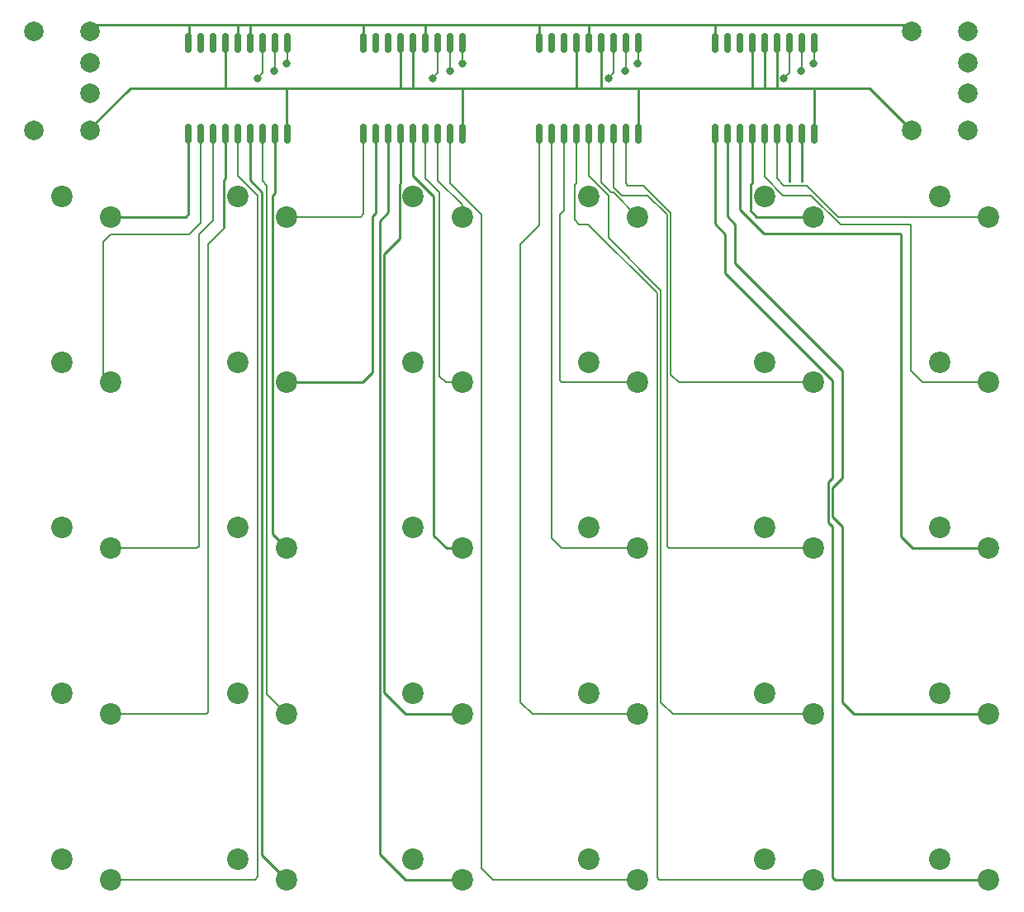
<source format=gbr>
%TF.GenerationSoftware,KiCad,Pcbnew,(6.0.4)*%
%TF.CreationDate,2022-04-25T23:47:20+01:00*%
%TF.ProjectId,pcb,7063622e-6b69-4636-9164-5f7063625858,1*%
%TF.SameCoordinates,Original*%
%TF.FileFunction,Copper,L1,Top*%
%TF.FilePolarity,Positive*%
%FSLAX46Y46*%
G04 Gerber Fmt 4.6, Leading zero omitted, Abs format (unit mm)*
G04 Created by KiCad (PCBNEW (6.0.4)) date 2022-04-25 23:47:20*
%MOMM*%
%LPD*%
G01*
G04 APERTURE LIST*
G04 Aperture macros list*
%AMRoundRect*
0 Rectangle with rounded corners*
0 $1 Rounding radius*
0 $2 $3 $4 $5 $6 $7 $8 $9 X,Y pos of 4 corners*
0 Add a 4 corners polygon primitive as box body*
4,1,4,$2,$3,$4,$5,$6,$7,$8,$9,$2,$3,0*
0 Add four circle primitives for the rounded corners*
1,1,$1+$1,$2,$3*
1,1,$1+$1,$4,$5*
1,1,$1+$1,$6,$7*
1,1,$1+$1,$8,$9*
0 Add four rect primitives between the rounded corners*
20,1,$1+$1,$2,$3,$4,$5,0*
20,1,$1+$1,$4,$5,$6,$7,0*
20,1,$1+$1,$6,$7,$8,$9,0*
20,1,$1+$1,$8,$9,$2,$3,0*%
G04 Aperture macros list end*
%TA.AperFunction,ComponentPad*%
%ADD10C,2.200000*%
%TD*%
%TA.AperFunction,ComponentPad*%
%ADD11C,2.000000*%
%TD*%
%TA.AperFunction,SMDPad,CuDef*%
%ADD12RoundRect,0.150000X-0.150000X0.875000X-0.150000X-0.875000X0.150000X-0.875000X0.150000X0.875000X0*%
%TD*%
%TA.AperFunction,ViaPad*%
%ADD13C,0.800000*%
%TD*%
%TA.AperFunction,Conductor*%
%ADD14C,0.250000*%
%TD*%
%TA.AperFunction,Conductor*%
%ADD15C,0.200000*%
%TD*%
G04 APERTURE END LIST*
D10*
%TO.P,B4,1,A*%
%TO.N,Earth*%
X36000000Y-164100000D03*
%TO.P,B4,2,B*%
%TO.N,Net-(B4-Pad2)*%
X41000000Y-166200000D03*
%TD*%
%TO.P,B0,1,A*%
%TO.N,Earth*%
X36000000Y-96100000D03*
%TO.P,B0,2,B*%
%TO.N,Net-(B0-Pad2)*%
X41000000Y-98200000D03*
%TD*%
%TO.P,B10,2,B*%
%TO.N,Net-(B10-Pad2)*%
X59000000Y-98200000D03*
%TO.P,B10,1,A*%
%TO.N,Earth*%
X54000000Y-96100000D03*
%TD*%
%TO.P,B16,2,B*%
%TO.N,Net-(B16-Pad2)*%
X77000000Y-98200000D03*
%TO.P,B16,1,A*%
%TO.N,Earth*%
X72000000Y-96100000D03*
%TD*%
D11*
%TO.P,U1,4,P4*%
%TO.N,+3V3*%
X33125000Y-89320000D03*
X38875000Y-89320000D03*
%TO.P,U1,3,P3*%
%TO.N,SDA*%
X38875000Y-85570000D03*
%TO.P,U1,2,P2*%
%TO.N,SCL*%
X38875000Y-82370000D03*
%TO.P,U1,1,P1*%
%TO.N,Earth*%
X38875000Y-79170000D03*
X33125000Y-79170000D03*
%TD*%
D10*
%TO.P,B26,1,A*%
%TO.N,Earth*%
X108000000Y-130100000D03*
%TO.P,B26,2,B*%
%TO.N,Net-(B26-Pad2)*%
X113000000Y-132200000D03*
%TD*%
D11*
%TO.P,U2,4,P4*%
%TO.N,+3V3*%
X128875000Y-89320000D03*
X123125000Y-89320000D03*
%TO.P,U2,3,P3*%
%TO.N,SDA*%
X128875000Y-85570000D03*
%TO.P,U2,2,P2*%
%TO.N,SCL*%
X128875000Y-82370000D03*
%TO.P,U2,1,P1*%
%TO.N,Earth*%
X128875000Y-79170000D03*
X123125000Y-79170000D03*
%TD*%
D10*
%TO.P,B6,1,A*%
%TO.N,Earth*%
X54000000Y-147100000D03*
%TO.P,B6,2,B*%
%TO.N,Net-(B6-Pad2)*%
X59000000Y-149200000D03*
%TD*%
%TO.P,B23,1,A*%
%TO.N,Earth*%
X108000000Y-164100000D03*
%TO.P,B23,2,B*%
%TO.N,Net-(B23-Pad2)*%
X113000000Y-166200000D03*
%TD*%
%TO.P,B25,2,B*%
%TO.N,Net-(B25-Pad2)*%
X95000000Y-98200000D03*
%TO.P,B25,1,A*%
%TO.N,Earth*%
X90000000Y-96100000D03*
%TD*%
%TO.P,B5,1,A*%
%TO.N,Earth*%
X54000000Y-164100000D03*
%TO.P,B5,2,B*%
%TO.N,Net-(B5-Pad2)*%
X59000000Y-166200000D03*
%TD*%
%TO.P,B32,1,A*%
%TO.N,Earth*%
X126000000Y-130100000D03*
%TO.P,B32,2,B*%
%TO.N,Net-(B32-Pad2)*%
X131000000Y-132200000D03*
%TD*%
%TO.P,B15,1,A*%
%TO.N,Earth*%
X72000000Y-113100000D03*
%TO.P,B15,2,B*%
%TO.N,Net-(B15-Pad2)*%
X77000000Y-115200000D03*
%TD*%
%TO.P,B13,1,A*%
%TO.N,Earth*%
X72000000Y-147100000D03*
%TO.P,B13,2,B*%
%TO.N,Net-(B13-Pad2)*%
X77000000Y-149200000D03*
%TD*%
%TO.P,B7,1,A*%
%TO.N,Earth*%
X54000000Y-130100000D03*
%TO.P,B7,2,B*%
%TO.N,Net-(B7-Pad2)*%
X59000000Y-132200000D03*
%TD*%
%TO.P,B20,1,A*%
%TO.N,Earth*%
X90000000Y-147100000D03*
%TO.P,B20,2,B*%
%TO.N,Net-(B20-Pad2)*%
X95000000Y-149200000D03*
%TD*%
%TO.P,B24,1,A*%
%TO.N,Earth*%
X108000000Y-147100000D03*
%TO.P,B24,2,B*%
%TO.N,Net-(B24-Pad2)*%
X113000000Y-149200000D03*
%TD*%
%TO.P,B27,1,A*%
%TO.N,Earth*%
X108000000Y-113100000D03*
%TO.P,B27,2,B*%
%TO.N,Net-(B27-Pad2)*%
X113000000Y-115200000D03*
%TD*%
D12*
%TO.P,L0,1,SCL*%
%TO.N,SCL*%
X59080000Y-80350000D03*
%TO.P,L0,2,SDA*%
%TO.N,SDA*%
X57810000Y-80350000D03*
%TO.P,L0,3,A2*%
%TO.N,Net-(L0-Pad3)*%
X56540000Y-80350000D03*
%TO.P,L0,4,A1*%
%TO.N,Earth*%
X55270000Y-80350000D03*
%TO.P,L0,5,A0*%
X54000000Y-80350000D03*
%TO.P,L0,6,~{RESET}*%
%TO.N,+3V3*%
X52730000Y-80350000D03*
%TO.P,L0,7,NC*%
%TO.N,unconnected-(L0-Pad7)*%
X51460000Y-80350000D03*
%TO.P,L0,8,INT*%
%TO.N,unconnected-(L0-Pad8)*%
X50190000Y-80350000D03*
%TO.P,L0,9,VSS*%
%TO.N,Earth*%
X48920000Y-80350000D03*
%TO.P,L0,10,GP0*%
%TO.N,Net-(B0-Pad2)*%
X48920000Y-89650000D03*
%TO.P,L0,11,GP1*%
%TO.N,Net-(B1-Pad2)*%
X50190000Y-89650000D03*
%TO.P,L0,12,GP2*%
%TO.N,Net-(B2-Pad2)*%
X51460000Y-89650000D03*
%TO.P,L0,13,GP3*%
%TO.N,Net-(B3-Pad2)*%
X52730000Y-89650000D03*
%TO.P,L0,14,GP4*%
%TO.N,Net-(B4-Pad2)*%
X54000000Y-89650000D03*
%TO.P,L0,15,GP5*%
%TO.N,Net-(B5-Pad2)*%
X55270000Y-89650000D03*
%TO.P,L0,16,GP6*%
%TO.N,Net-(B6-Pad2)*%
X56540000Y-89650000D03*
%TO.P,L0,17,GP7*%
%TO.N,Net-(B7-Pad2)*%
X57810000Y-89650000D03*
%TO.P,L0,18,VDD*%
%TO.N,+3V3*%
X59080000Y-89650000D03*
%TD*%
D10*
%TO.P,B21,1,A*%
%TO.N,Earth*%
X90000000Y-130100000D03*
%TO.P,B21,2,B*%
%TO.N,Net-(B21-Pad2)*%
X95000000Y-132200000D03*
%TD*%
%TO.P,B22,1,A*%
%TO.N,Earth*%
X90000000Y-113100000D03*
%TO.P,B22,2,B*%
%TO.N,Net-(B22-Pad2)*%
X95000000Y-115200000D03*
%TD*%
%TO.P,B3,1,A*%
%TO.N,Earth*%
X36000000Y-147100000D03*
%TO.P,B3,2,B*%
%TO.N,Net-(B3-Pad2)*%
X41000000Y-149200000D03*
%TD*%
%TO.P,B2,1,A*%
%TO.N,Earth*%
X36000000Y-130100000D03*
%TO.P,B2,2,B*%
%TO.N,Net-(B2-Pad2)*%
X41000000Y-132200000D03*
%TD*%
%TO.P,B35,1,A*%
%TO.N,Earth*%
X126000000Y-96100000D03*
%TO.P,B35,2,B*%
%TO.N,Net-(B35-Pad2)*%
X131000000Y-98200000D03*
%TD*%
%TO.P,B12,1,A*%
%TO.N,Earth*%
X72000000Y-164100000D03*
%TO.P,B12,2,B*%
%TO.N,Net-(B12-Pad2)*%
X77000000Y-166200000D03*
%TD*%
D12*
%TO.P,L2,1,SCL*%
%TO.N,SCL*%
X95080000Y-80350000D03*
%TO.P,L2,2,SDA*%
%TO.N,SDA*%
X93810000Y-80350000D03*
%TO.P,L2,3,A2*%
%TO.N,Net-(L0-Pad3)*%
X92540000Y-80350000D03*
%TO.P,L2,4,A1*%
%TO.N,+3V3*%
X91270000Y-80350000D03*
%TO.P,L2,5,A0*%
%TO.N,Earth*%
X90000000Y-80350000D03*
%TO.P,L2,6,~{RESET}*%
%TO.N,+3V3*%
X88730000Y-80350000D03*
%TO.P,L2,7,NC*%
%TO.N,unconnected-(L2-Pad7)*%
X87460000Y-80350000D03*
%TO.P,L2,8,INT*%
%TO.N,unconnected-(L2-Pad8)*%
X86190000Y-80350000D03*
%TO.P,L2,9,VSS*%
%TO.N,Earth*%
X84920000Y-80350000D03*
%TO.P,L2,10,GP0*%
%TO.N,Net-(B20-Pad2)*%
X84920000Y-89650000D03*
%TO.P,L2,11,GP1*%
%TO.N,Net-(B21-Pad2)*%
X86190000Y-89650000D03*
%TO.P,L2,12,GP2*%
%TO.N,Net-(B22-Pad2)*%
X87460000Y-89650000D03*
%TO.P,L2,13,GP3*%
%TO.N,Net-(B23-Pad2)*%
X88730000Y-89650000D03*
%TO.P,L2,14,GP4*%
%TO.N,Net-(B24-Pad2)*%
X90000000Y-89650000D03*
%TO.P,L2,15,GP5*%
%TO.N,Net-(B25-Pad2)*%
X91270000Y-89650000D03*
%TO.P,L2,16,GP6*%
%TO.N,Net-(B26-Pad2)*%
X92540000Y-89650000D03*
%TO.P,L2,17,GP7*%
%TO.N,Net-(B27-Pad2)*%
X93810000Y-89650000D03*
%TO.P,L2,18,VDD*%
%TO.N,+3V3*%
X95080000Y-89650000D03*
%TD*%
%TO.P,L1,1,SCL*%
%TO.N,SCL*%
X77080000Y-80350000D03*
%TO.P,L1,2,SDA*%
%TO.N,SDA*%
X75810000Y-80350000D03*
%TO.P,L1,3,A2*%
%TO.N,Net-(L0-Pad3)*%
X74540000Y-80350000D03*
%TO.P,L1,4,A1*%
%TO.N,Earth*%
X73270000Y-80350000D03*
%TO.P,L1,5,A0*%
%TO.N,+3V3*%
X72000000Y-80350000D03*
%TO.P,L1,6,~{RESET}*%
X70730000Y-80350000D03*
%TO.P,L1,7,NC*%
%TO.N,unconnected-(L1-Pad7)*%
X69460000Y-80350000D03*
%TO.P,L1,8,INT*%
%TO.N,unconnected-(L1-Pad8)*%
X68190000Y-80350000D03*
%TO.P,L1,9,VSS*%
%TO.N,Earth*%
X66920000Y-80350000D03*
%TO.P,L1,10,GP0*%
%TO.N,Net-(B10-Pad2)*%
X66920000Y-89650000D03*
%TO.P,L1,11,GP1*%
%TO.N,Net-(B11-Pad2)*%
X68190000Y-89650000D03*
%TO.P,L1,12,GP2*%
%TO.N,Net-(B12-Pad2)*%
X69460000Y-89650000D03*
%TO.P,L1,13,GP3*%
%TO.N,Net-(B13-Pad2)*%
X70730000Y-89650000D03*
%TO.P,L1,14,GP4*%
%TO.N,Net-(B14-Pad2)*%
X72000000Y-89650000D03*
%TO.P,L1,15,GP5*%
%TO.N,Net-(B15-Pad2)*%
X73270000Y-89650000D03*
%TO.P,L1,16,GP6*%
%TO.N,Net-(B16-Pad2)*%
X74540000Y-89650000D03*
%TO.P,L1,17,GP7*%
%TO.N,Net-(B17-Pad2)*%
X75810000Y-89650000D03*
%TO.P,L1,18,VDD*%
%TO.N,+3V3*%
X77080000Y-89650000D03*
%TD*%
D10*
%TO.P,B1,1,A*%
%TO.N,Earth*%
X36000000Y-113100000D03*
%TO.P,B1,2,B*%
%TO.N,Net-(B1-Pad2)*%
X41000000Y-115200000D03*
%TD*%
%TO.P,B17,1,A*%
%TO.N,Earth*%
X90000000Y-164100000D03*
%TO.P,B17,2,B*%
%TO.N,Net-(B17-Pad2)*%
X95000000Y-166200000D03*
%TD*%
%TO.P,B11,1,A*%
%TO.N,Earth*%
X54000000Y-113100000D03*
%TO.P,B11,2,B*%
%TO.N,Net-(B11-Pad2)*%
X59000000Y-115200000D03*
%TD*%
%TO.P,B31,1,A*%
%TO.N,Earth*%
X126000000Y-147100000D03*
%TO.P,B31,2,B*%
%TO.N,Net-(B31-Pad2)*%
X131000000Y-149200000D03*
%TD*%
D12*
%TO.P,L3,1,SCL*%
%TO.N,SCL*%
X113080000Y-80350000D03*
%TO.P,L3,2,SDA*%
%TO.N,SDA*%
X111810000Y-80350000D03*
%TO.P,L3,3,A2*%
%TO.N,Net-(L0-Pad3)*%
X110540000Y-80350000D03*
%TO.P,L3,4,A1*%
%TO.N,+3V3*%
X109270000Y-80350000D03*
%TO.P,L3,5,A0*%
X108000000Y-80350000D03*
%TO.P,L3,6,~{RESET}*%
X106730000Y-80350000D03*
%TO.P,L3,7,NC*%
%TO.N,unconnected-(L3-Pad7)*%
X105460000Y-80350000D03*
%TO.P,L3,8,INT*%
%TO.N,unconnected-(L3-Pad8)*%
X104190000Y-80350000D03*
%TO.P,L3,9,VSS*%
%TO.N,Earth*%
X102920000Y-80350000D03*
%TO.P,L3,10,GP0*%
%TO.N,Net-(B30-Pad2)*%
X102920000Y-89650000D03*
%TO.P,L3,11,GP1*%
%TO.N,Net-(B31-Pad2)*%
X104190000Y-89650000D03*
%TO.P,L3,12,GP2*%
%TO.N,Net-(B32-Pad2)*%
X105460000Y-89650000D03*
%TO.P,L3,13,GP3*%
%TO.N,Net-(B33-Pad2)*%
X106730000Y-89650000D03*
%TO.P,L3,14,GP4*%
%TO.N,Net-(B34-Pad2)*%
X108000000Y-89650000D03*
%TO.P,L3,15,GP5*%
%TO.N,Net-(B35-Pad2)*%
X109270000Y-89650000D03*
%TO.P,L3,16,GP6*%
%TO.N,unconnected-(L3-Pad16)*%
X110540000Y-89650000D03*
%TO.P,L3,17,GP7*%
%TO.N,unconnected-(L3-Pad17)*%
X111810000Y-89650000D03*
%TO.P,L3,18,VDD*%
%TO.N,+3V3*%
X113080000Y-89650000D03*
%TD*%
D10*
%TO.P,B33,2,B*%
%TO.N,Net-(B33-Pad2)*%
X113000000Y-98200000D03*
%TO.P,B33,1,A*%
%TO.N,Earth*%
X108000000Y-96100000D03*
%TD*%
%TO.P,B14,1,A*%
%TO.N,Earth*%
X72000000Y-130100000D03*
%TO.P,B14,2,B*%
%TO.N,Net-(B14-Pad2)*%
X77000000Y-132200000D03*
%TD*%
%TO.P,B34,1,A*%
%TO.N,Earth*%
X126000000Y-113100000D03*
%TO.P,B34,2,B*%
%TO.N,Net-(B34-Pad2)*%
X131000000Y-115200000D03*
%TD*%
%TO.P,B30,1,A*%
%TO.N,Earth*%
X126000000Y-164100000D03*
%TO.P,B30,2,B*%
%TO.N,Net-(B30-Pad2)*%
X131000000Y-166200000D03*
%TD*%
D13*
%TO.N,SCL*%
X59000000Y-82500000D03*
X95000000Y-82500000D03*
X77000000Y-82500000D03*
X113000000Y-82500000D03*
%TO.N,SDA*%
X75756725Y-83243275D03*
X93756725Y-83243275D03*
X57756725Y-83243275D03*
X111756725Y-83243275D03*
%TO.N,Net-(L0-Pad3)*%
X74000000Y-84000000D03*
X92000000Y-84000000D03*
X56000000Y-84000000D03*
X110000000Y-84000000D03*
%TD*%
D14*
%TO.N,Earth*%
X73270000Y-78511879D02*
X73258121Y-78500000D01*
X103000000Y-78500000D02*
X110500000Y-78500000D01*
X90000000Y-78500000D02*
X92500000Y-78500000D01*
X92500000Y-78500000D02*
X103000000Y-78500000D01*
X84920000Y-78580000D02*
X85000000Y-78500000D01*
X56500000Y-78500000D02*
X67000000Y-78500000D01*
X55270000Y-80350000D02*
X55270000Y-78525722D01*
X38875000Y-79170000D02*
X39500000Y-78545000D01*
X66920000Y-78580000D02*
X67000000Y-78500000D01*
X55244278Y-78500000D02*
X56500000Y-78500000D01*
X73270000Y-80350000D02*
X73270000Y-78511879D01*
X55270000Y-78525722D02*
X55244278Y-78500000D01*
X66920000Y-80350000D02*
X66920000Y-78580000D01*
X102920000Y-80350000D02*
X102920000Y-78580000D01*
X84920000Y-80350000D02*
X84920000Y-78580000D01*
X102920000Y-78580000D02*
X103000000Y-78500000D01*
X55000000Y-78500000D02*
X55244278Y-78500000D01*
X85000000Y-78500000D02*
X90000000Y-78500000D01*
X90000000Y-80350000D02*
X90000000Y-78500000D01*
X49000000Y-80270000D02*
X48920000Y-80350000D01*
X49000000Y-78500000D02*
X54000000Y-78500000D01*
X49000000Y-78500000D02*
X49000000Y-80270000D01*
X39500000Y-78545000D02*
X39500000Y-78500000D01*
X73000000Y-78500000D02*
X73258121Y-78500000D01*
X110500000Y-78500000D02*
X122455000Y-78500000D01*
X54000000Y-80350000D02*
X54000000Y-78500000D01*
X54000000Y-78500000D02*
X55000000Y-78500000D01*
X39500000Y-78500000D02*
X49000000Y-78500000D01*
X122455000Y-78500000D02*
X123125000Y-79170000D01*
X73258121Y-78500000D02*
X74500000Y-78500000D01*
X67000000Y-78500000D02*
X73000000Y-78500000D01*
X74500000Y-78500000D02*
X85000000Y-78500000D01*
%TO.N,+3V3*%
X109270000Y-84950517D02*
X109220517Y-85000000D01*
X72036249Y-85000000D02*
X77000000Y-85000000D01*
X59000000Y-89570000D02*
X59000000Y-85000000D01*
X70730000Y-84979293D02*
X70709293Y-85000000D01*
X59000000Y-85000000D02*
X70709293Y-85000000D01*
X70730000Y-80350000D02*
X70730000Y-84979293D01*
X113112923Y-85000000D02*
X118805000Y-85000000D01*
X113080000Y-89650000D02*
X113080000Y-85032923D01*
X108000000Y-84996769D02*
X107996769Y-85000000D01*
X52730000Y-84986374D02*
X52743626Y-85000000D01*
X95080000Y-89650000D02*
X95081059Y-89648941D01*
X52743626Y-85000000D02*
X59000000Y-85000000D01*
X38875000Y-89320000D02*
X38875000Y-89125000D01*
X109220517Y-85000000D02*
X113112923Y-85000000D01*
X91270000Y-84904419D02*
X91365581Y-85000000D01*
X88755900Y-85000000D02*
X91365581Y-85000000D01*
X72000000Y-80350000D02*
X72000000Y-84963751D01*
X88730000Y-80350000D02*
X88730000Y-84974100D01*
X70709293Y-85000000D02*
X72036249Y-85000000D01*
X52000000Y-85000000D02*
X52743626Y-85000000D01*
X88730000Y-84974100D02*
X88755900Y-85000000D01*
X77000000Y-85000000D02*
X88755900Y-85000000D01*
X95081059Y-85000000D02*
X106728788Y-85000000D01*
X43000000Y-85000000D02*
X52000000Y-85000000D01*
X109270000Y-80350000D02*
X109270000Y-84950517D01*
X107996769Y-85000000D02*
X109220517Y-85000000D01*
X91365581Y-85000000D02*
X95081059Y-85000000D01*
X118805000Y-85000000D02*
X123125000Y-89320000D01*
X106730000Y-80350000D02*
X106730000Y-84998788D01*
X95081059Y-89648941D02*
X95081059Y-85000000D01*
X72000000Y-84963751D02*
X72036249Y-85000000D01*
X38875000Y-89125000D02*
X43000000Y-85000000D01*
X77080000Y-85080000D02*
X77000000Y-85000000D01*
X106730000Y-84998788D02*
X106728788Y-85000000D01*
X59080000Y-89650000D02*
X59000000Y-89570000D01*
X77080000Y-89650000D02*
X77080000Y-85080000D01*
X113080000Y-85032923D02*
X113112923Y-85000000D01*
X106728788Y-85000000D02*
X107996769Y-85000000D01*
X91270000Y-80350000D02*
X91270000Y-84904419D01*
X52730000Y-80350000D02*
X52730000Y-84986374D01*
X108000000Y-80350000D02*
X108000000Y-84996769D01*
%TO.N,Net-(B0-Pad2)*%
X41000000Y-98200000D02*
X48640000Y-98200000D01*
X48640000Y-98200000D02*
X48920000Y-97920000D01*
X48920000Y-89650000D02*
X48920000Y-97920000D01*
D15*
%TO.N,Net-(B1-Pad2)*%
X50190000Y-98810000D02*
X49000000Y-100000000D01*
X50190000Y-89650000D02*
X50190000Y-98810000D01*
X40200479Y-100799521D02*
X40200479Y-114400479D01*
X49000000Y-100000000D02*
X41000000Y-100000000D01*
X41000000Y-100000000D02*
X40200479Y-100799521D01*
X40200479Y-114400479D02*
X41000000Y-115200000D01*
D14*
%TO.N,unconnected-(L3-Pad16)*%
X110540000Y-94540000D02*
X110575480Y-94575480D01*
X110540000Y-89650000D02*
X110540000Y-94540000D01*
%TO.N,unconnected-(L3-Pad17)*%
X111810000Y-89650000D02*
X111810000Y-94575480D01*
D15*
%TO.N,Net-(B2-Pad2)*%
X51460000Y-98540000D02*
X50000000Y-100000000D01*
X51460000Y-89650000D02*
X51460000Y-98540000D01*
X50000000Y-100000000D02*
X50000000Y-132000000D01*
X49800000Y-132200000D02*
X41000000Y-132200000D01*
X50000000Y-132000000D02*
X49800000Y-132200000D01*
%TO.N,Net-(B3-Pad2)*%
X51000000Y-101000000D02*
X52575489Y-99424511D01*
X51000000Y-101000000D02*
X51000000Y-149000000D01*
X50800000Y-149200000D02*
X41000000Y-149200000D01*
D14*
X52730000Y-89650000D02*
X52730000Y-94270000D01*
X52575489Y-94424511D02*
X52575489Y-99374511D01*
X52730000Y-94270000D02*
X52575489Y-94424511D01*
D15*
X51000000Y-149000000D02*
X50800000Y-149200000D01*
X52575489Y-99424511D02*
X52575489Y-99374511D01*
%TO.N,Net-(B4-Pad2)*%
X56074521Y-96074521D02*
X56074521Y-165925479D01*
X54000000Y-89650000D02*
X54000000Y-94000000D01*
X54000000Y-94000000D02*
X56074521Y-96074521D01*
X56074521Y-165925479D02*
X55800000Y-166200000D01*
X55800000Y-166200000D02*
X41000000Y-166200000D01*
D14*
%TO.N,Net-(B5-Pad2)*%
X55270000Y-89650000D02*
X55270000Y-94470000D01*
X56499040Y-95699040D02*
X56499040Y-163699040D01*
X56499040Y-163699040D02*
X59000000Y-166200000D01*
X55270000Y-94470000D02*
X56499040Y-95699040D01*
D15*
%TO.N,Net-(B10-Pad2)*%
X66920000Y-89650000D02*
X66920000Y-97920000D01*
X66920000Y-97920000D02*
X66640000Y-98200000D01*
X66640000Y-98200000D02*
X59000000Y-98200000D01*
D14*
%TO.N,Net-(B11-Pad2)*%
X66800000Y-115200000D02*
X59000000Y-115200000D01*
X67824521Y-98175479D02*
X67824521Y-114175479D01*
X67824521Y-114175479D02*
X66800000Y-115200000D01*
X68190000Y-89650000D02*
X68190000Y-97810000D01*
X68190000Y-97810000D02*
X67824521Y-98175479D01*
%TO.N,Net-(B12-Pad2)*%
X71200000Y-166200000D02*
X77000000Y-166200000D01*
X68560270Y-98633726D02*
X68560270Y-163560270D01*
X69460000Y-97733996D02*
X68560270Y-98633726D01*
X68560270Y-163560270D02*
X71200000Y-166200000D01*
X69460000Y-89650000D02*
X69460000Y-97733996D01*
%TO.N,Net-(B13-Pad2)*%
X70575489Y-94884511D02*
X70575489Y-100455339D01*
X70575489Y-100455339D02*
X69009790Y-102021038D01*
X69009790Y-102021038D02*
X69009790Y-147009790D01*
X71200000Y-149200000D02*
X77000000Y-149200000D01*
X70730000Y-89650000D02*
X70730000Y-94730000D01*
X70730000Y-94730000D02*
X70575489Y-94884511D01*
X69009790Y-147009790D02*
X71200000Y-149200000D01*
%TO.N,Net-(B14-Pad2)*%
X74099521Y-130900479D02*
X75399042Y-132200000D01*
X74099521Y-96099521D02*
X74099521Y-130900479D01*
X72000000Y-89650000D02*
X72000000Y-94000000D01*
X72000000Y-94000000D02*
X74099521Y-96099521D01*
X75399042Y-132200000D02*
X77000000Y-132200000D01*
D15*
%TO.N,Net-(B15-Pad2)*%
X75360477Y-115200000D02*
X77000000Y-115200000D01*
X73270000Y-94270000D02*
X74706217Y-95706217D01*
X74706217Y-114545740D02*
X75360477Y-115200000D01*
X73270000Y-89650000D02*
X73270000Y-94270000D01*
X74706217Y-95706217D02*
X74706217Y-114545740D01*
%TO.N,Net-(B20-Pad2)*%
X84920000Y-99080000D02*
X83000000Y-101000000D01*
X83000000Y-101000000D02*
X83000000Y-148000000D01*
X84920000Y-89650000D02*
X84920000Y-99080000D01*
X84200000Y-149200000D02*
X95000000Y-149200000D01*
X83000000Y-148000000D02*
X84200000Y-149200000D01*
%TO.N,Net-(B21-Pad2)*%
X86190000Y-89650000D02*
X86190000Y-131190000D01*
X86190000Y-131190000D02*
X87200000Y-132200000D01*
X87200000Y-132200000D02*
X95000000Y-132200000D01*
%TO.N,Net-(B22-Pad2)*%
X87000000Y-115000000D02*
X87200000Y-115200000D01*
X87460000Y-89650000D02*
X87460000Y-97540000D01*
X87000000Y-98000000D02*
X87000000Y-115000000D01*
X87460000Y-97540000D02*
X87000000Y-98000000D01*
X87200000Y-115200000D02*
X95000000Y-115200000D01*
%TO.N,Net-(B23-Pad2)*%
X88730000Y-94730000D02*
X88533091Y-94926909D01*
X88533091Y-98533091D02*
X89000000Y-99000000D01*
X97000000Y-106066183D02*
X97000000Y-166000000D01*
X89933817Y-99000000D02*
X97000000Y-106066183D01*
X88533091Y-94926909D02*
X88533091Y-98533091D01*
X88730000Y-89650000D02*
X88730000Y-94730000D01*
X97200000Y-166200000D02*
X113000000Y-166200000D01*
X97000000Y-166000000D02*
X97200000Y-166200000D01*
X89000000Y-99000000D02*
X89933817Y-99000000D01*
%TO.N,Net-(B24-Pad2)*%
X92000000Y-100337801D02*
X97399520Y-105737321D01*
X97399519Y-106231670D02*
X97399520Y-148000000D01*
X92000000Y-96000000D02*
X92000000Y-100337801D01*
X90000000Y-89650000D02*
X90000000Y-94000000D01*
X90000000Y-94000000D02*
X92000000Y-96000000D01*
X97399520Y-105737321D02*
X97399519Y-106231670D01*
X97399520Y-148000000D02*
X98599520Y-149200000D01*
X98599520Y-149200000D02*
X113000000Y-149200000D01*
%TO.N,Net-(B25-Pad2)*%
X92517497Y-95717497D02*
X95000000Y-98200000D01*
X91270000Y-94704994D02*
X92282503Y-95717497D01*
X92282503Y-95717497D02*
X92517497Y-95717497D01*
X91270000Y-89650000D02*
X91270000Y-94704994D01*
D14*
%TO.N,Net-(B30-Pad2)*%
X115000000Y-166000000D02*
X115200000Y-166200000D01*
X114550480Y-125449520D02*
X114550480Y-129550480D01*
X102920000Y-98920000D02*
X104000000Y-100000000D01*
X115200000Y-166200000D02*
X131000000Y-166200000D01*
X115000000Y-115000000D02*
X115000000Y-125000000D01*
X115000000Y-130000000D02*
X115000000Y-166000000D01*
X102920000Y-89650000D02*
X102920000Y-98920000D01*
X104000000Y-100000000D02*
X104000000Y-104000000D01*
X115000000Y-125000000D02*
X114550480Y-125449520D01*
X104000000Y-104000000D02*
X115000000Y-115000000D01*
X114550480Y-129550480D02*
X115000000Y-130000000D01*
%TO.N,Net-(B31-Pad2)*%
X104190000Y-98190000D02*
X105000000Y-99000000D01*
X104190000Y-89650000D02*
X104190000Y-98190000D01*
X115000000Y-126000000D02*
X115000000Y-129000000D01*
X117200000Y-149200000D02*
X131000000Y-149200000D01*
X115000000Y-129000000D02*
X116000000Y-130000000D01*
X116000000Y-130000000D02*
X116000000Y-148000000D01*
X105000000Y-99000000D02*
X105000000Y-103000000D01*
X116000000Y-125000000D02*
X115000000Y-126000000D01*
X116000000Y-148000000D02*
X117200000Y-149200000D01*
X116000000Y-114000000D02*
X116000000Y-125000000D01*
X105000000Y-103000000D02*
X116000000Y-114000000D01*
%TO.N,Net-(B32-Pad2)*%
X105460000Y-89650000D02*
X105460000Y-97460000D01*
X105460000Y-97460000D02*
X107900479Y-99900479D01*
X122000000Y-100000000D02*
X122000000Y-131000000D01*
X107900479Y-99900479D02*
X121900479Y-99900479D01*
X121900479Y-99900479D02*
X122000000Y-100000000D01*
X123200000Y-132200000D02*
X131000000Y-132200000D01*
X122000000Y-131000000D02*
X123200000Y-132200000D01*
%TO.N,Net-(B33-Pad2)*%
X106730000Y-89650000D02*
X106730000Y-94730000D01*
X107200000Y-98200000D02*
X113000000Y-98200000D01*
X106730000Y-94730000D02*
X106575489Y-94884511D01*
X106575489Y-97575489D02*
X107200000Y-98200000D01*
X106575489Y-94884511D02*
X106575489Y-97575489D01*
D15*
%TO.N,Net-(B34-Pad2)*%
X124200000Y-115200000D02*
X131000000Y-115200000D01*
X123000000Y-114000000D02*
X124200000Y-115200000D01*
X108000000Y-94120791D02*
X109879209Y-96000000D01*
X123000000Y-99000000D02*
X123000000Y-114000000D01*
X112779209Y-96000000D02*
X115779209Y-99000000D01*
X109879209Y-96000000D02*
X112779209Y-96000000D01*
X115779209Y-99000000D02*
X123000000Y-99000000D01*
X108000000Y-89650000D02*
X108000000Y-94120791D01*
%TO.N,Net-(B35-Pad2)*%
X109270000Y-89650000D02*
X109270000Y-94270000D01*
X115544215Y-98200000D02*
X131000000Y-98200000D01*
X110000000Y-95000000D02*
X112344215Y-95000000D01*
X109270000Y-94270000D02*
X110000000Y-95000000D01*
X112344215Y-95000000D02*
X115544215Y-98200000D01*
%TO.N,SCL*%
X77080000Y-82420000D02*
X77000000Y-82500000D01*
X95080000Y-80350000D02*
X95080000Y-82420000D01*
X59080000Y-80350000D02*
X59080000Y-82420000D01*
X59080000Y-82420000D02*
X59000000Y-82500000D01*
X95080000Y-82420000D02*
X95000000Y-82500000D01*
X113080000Y-80350000D02*
X113080000Y-82420000D01*
X77080000Y-80350000D02*
X77080000Y-82420000D01*
X113080000Y-82420000D02*
X113000000Y-82500000D01*
%TO.N,SDA*%
X75810000Y-83190000D02*
X75756725Y-83243275D01*
X57810000Y-83190000D02*
X57756725Y-83243275D01*
X111810000Y-83190000D02*
X111756725Y-83243275D01*
X93810000Y-83190000D02*
X93756725Y-83243275D01*
X93810000Y-80350000D02*
X93810000Y-83190000D01*
X57810000Y-80350000D02*
X57810000Y-83190000D01*
X111810000Y-80350000D02*
X111810000Y-83190000D01*
X75810000Y-80350000D02*
X75810000Y-83190000D01*
%TO.N,Net-(B6-Pad2)*%
X57000000Y-147200000D02*
X58717497Y-148917497D01*
X57000000Y-95000000D02*
X57000000Y-147200000D01*
X56540000Y-89650000D02*
X56540000Y-94540000D01*
X56540000Y-94540000D02*
X57000000Y-95000000D01*
D14*
%TO.N,Net-(B7-Pad2)*%
X57810000Y-89650000D02*
X57810000Y-95810000D01*
X57810000Y-95810000D02*
X57575489Y-96044511D01*
X57575489Y-96044511D02*
X57575489Y-130775489D01*
X57575489Y-130775489D02*
X59000000Y-132200000D01*
D15*
%TO.N,Net-(B16-Pad2)*%
X77000000Y-97000000D02*
X77000000Y-98200000D01*
X74540000Y-94540000D02*
X77000000Y-97000000D01*
X74540000Y-89650000D02*
X74540000Y-94540000D01*
%TO.N,Net-(B17-Pad2)*%
X80200000Y-166200000D02*
X95000000Y-166200000D01*
X79000000Y-165000000D02*
X80200000Y-166200000D01*
X75810000Y-94810000D02*
X79000000Y-98000000D01*
X79000000Y-98000000D02*
X79000000Y-165000000D01*
X75810000Y-89650000D02*
X75810000Y-94810000D01*
%TO.N,Net-(B26-Pad2)*%
X98000000Y-132000000D02*
X98200000Y-132200000D01*
X92540000Y-89650000D02*
X92540000Y-95174994D01*
X92540000Y-95174994D02*
X93365006Y-96000000D01*
X93365006Y-96000000D02*
X96000000Y-96000000D01*
X98000000Y-98000000D02*
X98000000Y-132000000D01*
X98200000Y-132200000D02*
X113000000Y-132200000D01*
X96000000Y-96000000D02*
X98000000Y-98000000D01*
%TO.N,Net-(B27-Pad2)*%
X93810000Y-89650000D02*
X93810000Y-94810000D01*
X94000000Y-95000000D02*
X95565006Y-95000000D01*
X98399519Y-114399519D02*
X99200000Y-115200000D01*
X93810000Y-94810000D02*
X94000000Y-95000000D01*
X99200000Y-115200000D02*
X113000000Y-115200000D01*
X95565006Y-95000000D02*
X98399519Y-97834513D01*
X98399519Y-97834513D02*
X98399519Y-114399519D01*
%TO.N,Net-(L0-Pad3)*%
X74540000Y-80350000D02*
X74540000Y-83460000D01*
X110540000Y-80350000D02*
X110540000Y-83460000D01*
X92540000Y-80350000D02*
X92540000Y-83460000D01*
X74540000Y-83460000D02*
X74000000Y-84000000D01*
X92540000Y-83460000D02*
X92000000Y-84000000D01*
X110540000Y-83460000D02*
X110000000Y-84000000D01*
X56540000Y-83460000D02*
X56000000Y-84000000D01*
X56540000Y-80350000D02*
X56540000Y-83460000D01*
%TD*%
M02*

</source>
